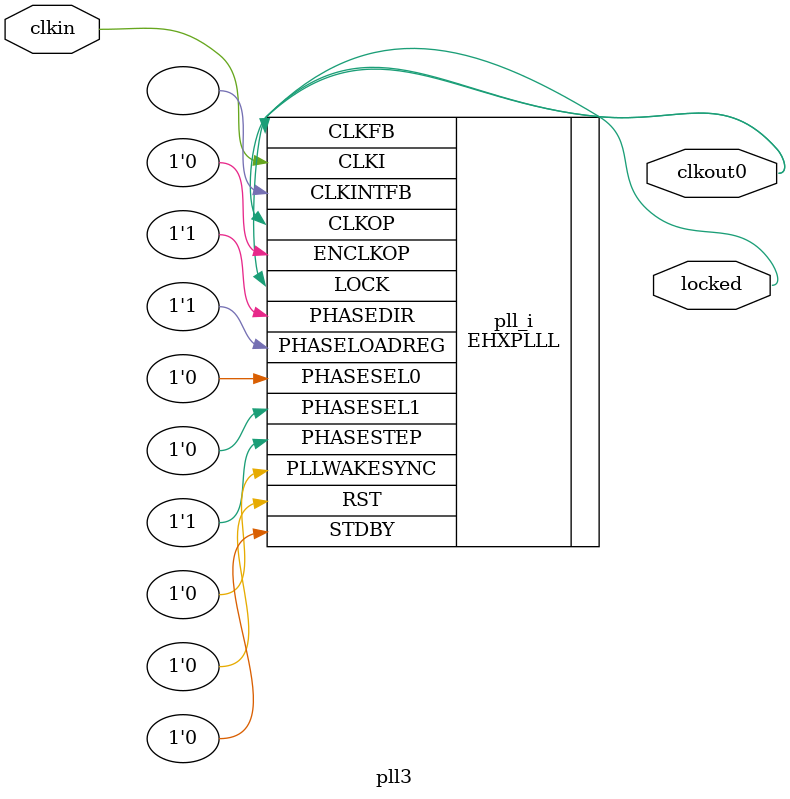
<source format=sv>
module pll3
(
    input clkin, // 25 MHz, 0 deg
    output clkout0, // 3.125 MHz, 0 deg
    output locked
);
(* FREQUENCY_PIN_CLKI="25" *)
(* FREQUENCY_PIN_CLKOP="3.125" *)
(* ICP_CURRENT="12" *) (* LPF_RESISTOR="8" *) (* MFG_ENABLE_FILTEROPAMP="1" *) (* MFG_GMCREF_SEL="2" *)
EHXPLLL #(
        .PLLRST_ENA("DISABLED"),
        .INTFB_WAKE("DISABLED"),
        .STDBY_ENABLE("DISABLED"),
        .DPHASE_SOURCE("DISABLED"),
        .OUTDIVIDER_MUXA("DIVA"),
        .OUTDIVIDER_MUXB("DIVB"),
        .OUTDIVIDER_MUXC("DIVC"),
        .OUTDIVIDER_MUXD("DIVD"),
        .CLKI_DIV(8),
        .CLKOP_ENABLE("ENABLED"),
        .CLKOP_DIV(128),
        .CLKOP_CPHASE(63),
        .CLKOP_FPHASE(0),
        .FEEDBK_PATH("CLKOP"),
        .CLKFB_DIV(1)
    ) pll_i (
        .RST(1'b0),
        .STDBY(1'b0),
        .CLKI(clkin),
        .CLKOP(clkout0),
        .CLKFB(clkout0),
        .CLKINTFB(),
        .PHASESEL0(1'b0),
        .PHASESEL1(1'b0),
        .PHASEDIR(1'b1),
        .PHASESTEP(1'b1),
        .PHASELOADREG(1'b1),
        .PLLWAKESYNC(1'b0),
        .ENCLKOP(1'b0),
        .LOCK(locked)
	);
endmodule

</source>
